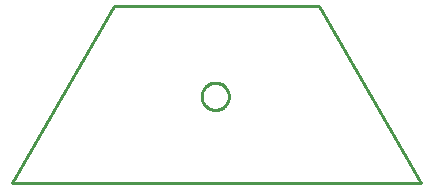
<source format=gbr>
G04 EAGLE Gerber X2 export*
%TF.Part,Single*%
%TF.FileFunction,Profile,NP*%
%TF.FilePolarity,Positive*%
%TF.GenerationSoftware,Autodesk,EAGLE,8.7.1*%
%TF.CreationDate,2018-07-15T20:13:20Z*%
G75*
%MOMM*%
%FSLAX34Y34*%
%LPD*%
%AMOC8*
5,1,8,0,0,1.08239X$1,22.5*%
G01*
%ADD10C,0.254000*%


D10*
X173002Y346202D02*
X519402Y346202D01*
X432802Y496202D01*
X259602Y496202D01*
X173002Y346202D01*
X356686Y419156D02*
X356615Y418255D01*
X356474Y417363D01*
X356263Y416484D01*
X355984Y415625D01*
X355638Y414790D01*
X355227Y413985D01*
X354755Y413214D01*
X354224Y412483D01*
X353637Y411796D01*
X352998Y411157D01*
X352311Y410570D01*
X351580Y410039D01*
X350809Y409567D01*
X350004Y409156D01*
X349169Y408810D01*
X348310Y408531D01*
X347431Y408320D01*
X346539Y408179D01*
X345638Y408108D01*
X344734Y408108D01*
X343833Y408179D01*
X342941Y408320D01*
X342062Y408531D01*
X341203Y408810D01*
X340368Y409156D01*
X339563Y409567D01*
X338792Y410039D01*
X338061Y410570D01*
X337374Y411157D01*
X336735Y411796D01*
X336148Y412483D01*
X335617Y413214D01*
X335145Y413985D01*
X334734Y414790D01*
X334388Y415625D01*
X334109Y416484D01*
X333898Y417363D01*
X333757Y418255D01*
X333686Y419156D01*
X333686Y420060D01*
X333757Y420961D01*
X333898Y421853D01*
X334109Y422732D01*
X334388Y423591D01*
X334734Y424426D01*
X335145Y425231D01*
X335617Y426002D01*
X336148Y426733D01*
X336735Y427420D01*
X337374Y428059D01*
X338061Y428646D01*
X338792Y429177D01*
X339563Y429649D01*
X340368Y430060D01*
X341203Y430406D01*
X342062Y430685D01*
X342941Y430896D01*
X343833Y431037D01*
X344734Y431108D01*
X345638Y431108D01*
X346539Y431037D01*
X347431Y430896D01*
X348310Y430685D01*
X349169Y430406D01*
X350004Y430060D01*
X350809Y429649D01*
X351580Y429177D01*
X352311Y428646D01*
X352998Y428059D01*
X353637Y427420D01*
X354224Y426733D01*
X354755Y426002D01*
X355227Y425231D01*
X355638Y424426D01*
X355984Y423591D01*
X356263Y422732D01*
X356474Y421853D01*
X356615Y420961D01*
X356686Y420060D01*
X356686Y419156D01*
X356686Y419156D02*
X356615Y418255D01*
X356474Y417363D01*
X356263Y416484D01*
X355984Y415625D01*
X355638Y414790D01*
X355227Y413985D01*
X354755Y413214D01*
X354224Y412483D01*
X353637Y411796D01*
X352998Y411157D01*
X352311Y410570D01*
X351580Y410039D01*
X350809Y409567D01*
X350004Y409156D01*
X349169Y408810D01*
X348310Y408531D01*
X347431Y408320D01*
X346539Y408179D01*
X345638Y408108D01*
X344734Y408108D01*
X343833Y408179D01*
X342941Y408320D01*
X342062Y408531D01*
X341203Y408810D01*
X340368Y409156D01*
X339563Y409567D01*
X338792Y410039D01*
X338061Y410570D01*
X337374Y411157D01*
X336735Y411796D01*
X336148Y412483D01*
X335617Y413214D01*
X335145Y413985D01*
X334734Y414790D01*
X334388Y415625D01*
X334109Y416484D01*
X333898Y417363D01*
X333757Y418255D01*
X333686Y419156D01*
X333686Y420060D01*
X333757Y420961D01*
X333898Y421853D01*
X334109Y422732D01*
X334388Y423591D01*
X334734Y424426D01*
X335145Y425231D01*
X335617Y426002D01*
X336148Y426733D01*
X336735Y427420D01*
X337374Y428059D01*
X338061Y428646D01*
X338792Y429177D01*
X339563Y429649D01*
X340368Y430060D01*
X341203Y430406D01*
X342062Y430685D01*
X342941Y430896D01*
X343833Y431037D01*
X344734Y431108D01*
X345638Y431108D01*
X346539Y431037D01*
X347431Y430896D01*
X348310Y430685D01*
X349169Y430406D01*
X350004Y430060D01*
X350809Y429649D01*
X351580Y429177D01*
X352311Y428646D01*
X352998Y428059D01*
X353637Y427420D01*
X354224Y426733D01*
X354755Y426002D01*
X355227Y425231D01*
X355638Y424426D01*
X355984Y423591D01*
X356263Y422732D01*
X356474Y421853D01*
X356615Y420961D01*
X356686Y420060D01*
X356686Y419156D01*
M02*

</source>
